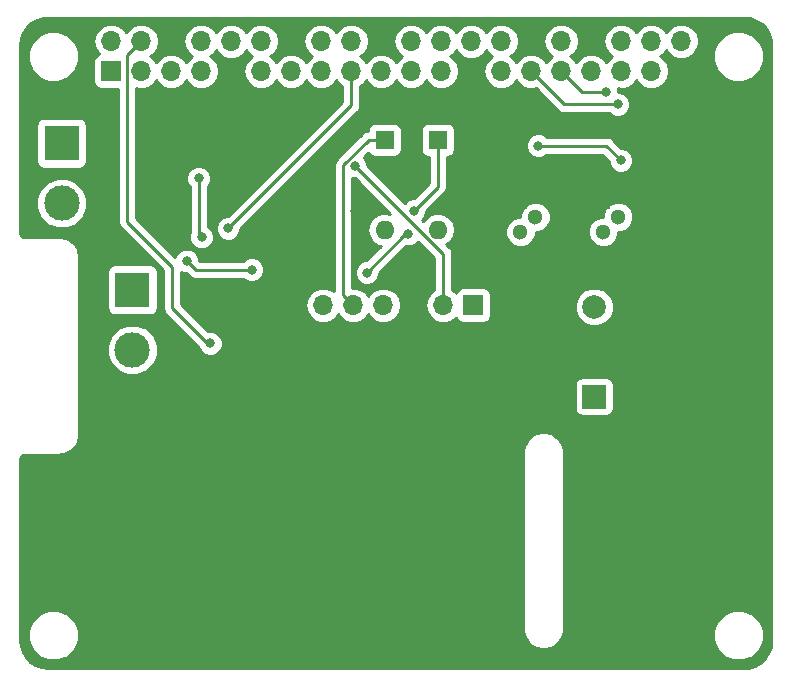
<source format=gbl>
G04 #@! TF.GenerationSoftware,KiCad,Pcbnew,(5.0.0)*
G04 #@! TF.CreationDate,2019-03-22T21:44:54+01:00*
G04 #@! TF.ProjectId,rpismdoven,727069736D646F76656E2E6B69636164,rev?*
G04 #@! TF.SameCoordinates,Original*
G04 #@! TF.FileFunction,Copper,L2,Bot,Signal*
G04 #@! TF.FilePolarity,Positive*
%FSLAX46Y46*%
G04 Gerber Fmt 4.6, Leading zero omitted, Abs format (unit mm)*
G04 Created by KiCad (PCBNEW (5.0.0)) date 03/22/19 21:44:54*
%MOMM*%
%LPD*%
G01*
G04 APERTURE LIST*
G04 #@! TA.AperFunction,ComponentPad*
%ADD10C,3.000000*%
G04 #@! TD*
G04 #@! TA.AperFunction,ComponentPad*
%ADD11R,3.000000X3.000000*%
G04 #@! TD*
G04 #@! TA.AperFunction,ComponentPad*
%ADD12R,2.000000X2.000000*%
G04 #@! TD*
G04 #@! TA.AperFunction,ComponentPad*
%ADD13C,2.000000*%
G04 #@! TD*
G04 #@! TA.AperFunction,ComponentPad*
%ADD14R,1.300000X1.300000*%
G04 #@! TD*
G04 #@! TA.AperFunction,ComponentPad*
%ADD15C,1.300000*%
G04 #@! TD*
G04 #@! TA.AperFunction,ComponentPad*
%ADD16R,1.700000X1.700000*%
G04 #@! TD*
G04 #@! TA.AperFunction,ComponentPad*
%ADD17O,1.700000X1.700000*%
G04 #@! TD*
G04 #@! TA.AperFunction,ComponentPad*
%ADD18O,1.600000X1.600000*%
G04 #@! TD*
G04 #@! TA.AperFunction,ComponentPad*
%ADD19R,1.600000X1.600000*%
G04 #@! TD*
G04 #@! TA.AperFunction,ViaPad*
%ADD20C,0.800000*%
G04 #@! TD*
G04 #@! TA.AperFunction,Conductor*
%ADD21C,0.250000*%
G04 #@! TD*
G04 #@! TA.AperFunction,Conductor*
%ADD22C,0.254000*%
G04 #@! TD*
G04 APERTURE END LIST*
D10*
G04 #@! TO.P,J3,2*
G04 #@! TO.N,Net-(J3-Pad2)*
X108900000Y-83780000D03*
D11*
G04 #@! TO.P,J3,1*
G04 #@! TO.N,Net-(J3-Pad1)*
X108900000Y-78700000D03*
G04 #@! TD*
D12*
G04 #@! TO.P,BZ1,1*
G04 #@! TO.N,+5V*
X148000000Y-87750000D03*
D13*
G04 #@! TO.P,BZ1,2*
G04 #@! TO.N,Net-(BZ1-Pad2)*
X148000000Y-80150000D03*
G04 #@! TD*
D14*
G04 #@! TO.P,Q2,1*
G04 #@! TO.N,GND*
X141750000Y-71250000D03*
D15*
G04 #@! TO.P,Q2,3*
G04 #@! TO.N,Net-(J2-Pad2)*
X141750000Y-73790000D03*
G04 #@! TO.P,Q2,2*
G04 #@! TO.N,Net-(Q2-Pad2)*
X143020000Y-72520000D03*
G04 #@! TD*
G04 #@! TO.P,Q1,2*
G04 #@! TO.N,Net-(Q1-Pad2)*
X150020000Y-72520000D03*
G04 #@! TO.P,Q1,3*
G04 #@! TO.N,Net-(BZ1-Pad2)*
X148750000Y-73790000D03*
D14*
G04 #@! TO.P,Q1,1*
G04 #@! TO.N,GND*
X148750000Y-71250000D03*
G04 #@! TD*
D16*
G04 #@! TO.P,J4,1*
G04 #@! TO.N,Net-(J4-Pad1)*
X137750000Y-80000000D03*
D17*
G04 #@! TO.P,J4,2*
G04 #@! TO.N,+3V3*
X135210000Y-80000000D03*
G04 #@! TO.P,J4,3*
G04 #@! TO.N,GND*
X132670000Y-80000000D03*
G04 #@! TO.P,J4,4*
G04 #@! TO.N,/SO*
X130130000Y-80000000D03*
G04 #@! TO.P,J4,5*
G04 #@! TO.N,/CS*
X127590000Y-80000000D03*
G04 #@! TO.P,J4,6*
G04 #@! TO.N,/SCK*
X125050000Y-80000000D03*
G04 #@! TD*
D16*
G04 #@! TO.P,J1,1*
G04 #@! TO.N,+3V3*
X107100000Y-60200000D03*
D17*
G04 #@! TO.P,J1,2*
G04 #@! TO.N,+5V*
X107100000Y-57660000D03*
G04 #@! TO.P,J1,3*
G04 #@! TO.N,Net-(J1-Pad3)*
X109640000Y-60200000D03*
G04 #@! TO.P,J1,4*
G04 #@! TO.N,+5V*
X109640000Y-57660000D03*
G04 #@! TO.P,J1,5*
G04 #@! TO.N,Net-(J1-Pad5)*
X112180000Y-60200000D03*
G04 #@! TO.P,J1,6*
G04 #@! TO.N,GND*
X112180000Y-57660000D03*
G04 #@! TO.P,J1,7*
G04 #@! TO.N,Net-(J1-Pad7)*
X114720000Y-60200000D03*
G04 #@! TO.P,J1,8*
G04 #@! TO.N,Net-(J1-Pad8)*
X114720000Y-57660000D03*
G04 #@! TO.P,J1,9*
G04 #@! TO.N,GND*
X117260000Y-60200000D03*
G04 #@! TO.P,J1,10*
G04 #@! TO.N,Net-(J1-Pad10)*
X117260000Y-57660000D03*
G04 #@! TO.P,J1,11*
G04 #@! TO.N,Net-(J1-Pad11)*
X119800000Y-60200000D03*
G04 #@! TO.P,J1,12*
G04 #@! TO.N,/SO*
X119800000Y-57660000D03*
G04 #@! TO.P,J1,13*
G04 #@! TO.N,Net-(J1-Pad13)*
X122340000Y-60200000D03*
G04 #@! TO.P,J1,14*
G04 #@! TO.N,GND*
X122340000Y-57660000D03*
G04 #@! TO.P,J1,15*
G04 #@! TO.N,Net-(J1-Pad15)*
X124880000Y-60200000D03*
G04 #@! TO.P,J1,16*
G04 #@! TO.N,Net-(J1-Pad16)*
X124880000Y-57660000D03*
G04 #@! TO.P,J1,17*
G04 #@! TO.N,+3V3*
X127420000Y-60200000D03*
G04 #@! TO.P,J1,18*
G04 #@! TO.N,/CS*
X127420000Y-57660000D03*
G04 #@! TO.P,J1,19*
G04 #@! TO.N,Net-(J1-Pad19)*
X129960000Y-60200000D03*
G04 #@! TO.P,J1,20*
G04 #@! TO.N,GND*
X129960000Y-57660000D03*
G04 #@! TO.P,J1,21*
G04 #@! TO.N,Net-(J1-Pad21)*
X132500000Y-60200000D03*
G04 #@! TO.P,J1,22*
G04 #@! TO.N,/SCK*
X132500000Y-57660000D03*
G04 #@! TO.P,J1,23*
G04 #@! TO.N,Net-(J1-Pad23)*
X135040000Y-60200000D03*
G04 #@! TO.P,J1,24*
G04 #@! TO.N,Net-(J1-Pad24)*
X135040000Y-57660000D03*
G04 #@! TO.P,J1,25*
G04 #@! TO.N,GND*
X137580000Y-60200000D03*
G04 #@! TO.P,J1,26*
G04 #@! TO.N,Net-(J1-Pad26)*
X137580000Y-57660000D03*
G04 #@! TO.P,J1,27*
G04 #@! TO.N,Net-(J1-Pad27)*
X140120000Y-60200000D03*
G04 #@! TO.P,J1,28*
G04 #@! TO.N,Net-(J1-Pad28)*
X140120000Y-57660000D03*
G04 #@! TO.P,J1,29*
G04 #@! TO.N,Net-(J1-Pad29)*
X142660000Y-60200000D03*
G04 #@! TO.P,J1,30*
G04 #@! TO.N,GND*
X142660000Y-57660000D03*
G04 #@! TO.P,J1,31*
G04 #@! TO.N,Net-(J1-Pad31)*
X145200000Y-60200000D03*
G04 #@! TO.P,J1,32*
G04 #@! TO.N,/PWM*
X145200000Y-57660000D03*
G04 #@! TO.P,J1,33*
G04 #@! TO.N,/BUZZ*
X147740000Y-60200000D03*
G04 #@! TO.P,J1,34*
G04 #@! TO.N,GND*
X147740000Y-57660000D03*
G04 #@! TO.P,J1,35*
G04 #@! TO.N,Net-(J1-Pad35)*
X150280000Y-60200000D03*
G04 #@! TO.P,J1,36*
G04 #@! TO.N,Net-(J1-Pad36)*
X150280000Y-57660000D03*
G04 #@! TO.P,J1,37*
G04 #@! TO.N,Net-(J1-Pad37)*
X152820000Y-60200000D03*
G04 #@! TO.P,J1,38*
G04 #@! TO.N,Net-(J1-Pad38)*
X152820000Y-57660000D03*
G04 #@! TO.P,J1,39*
G04 #@! TO.N,GND*
X155360000Y-60200000D03*
G04 #@! TO.P,J1,40*
G04 #@! TO.N,Net-(J1-Pad40)*
X155360000Y-57660000D03*
G04 #@! TD*
D18*
G04 #@! TO.P,D2,2*
G04 #@! TO.N,Net-(D2-Pad2)*
X130250000Y-73620000D03*
D19*
G04 #@! TO.P,D2,1*
G04 #@! TO.N,/CS*
X130250000Y-66000000D03*
G04 #@! TD*
G04 #@! TO.P,D1,1*
G04 #@! TO.N,/SCK*
X134750000Y-66000000D03*
D18*
G04 #@! TO.P,D1,2*
G04 #@! TO.N,Net-(D1-Pad2)*
X134750000Y-73620000D03*
G04 #@! TD*
D11*
G04 #@! TO.P,J2,1*
G04 #@! TO.N,+5V*
X102900000Y-66300000D03*
D10*
G04 #@! TO.P,J2,2*
G04 #@! TO.N,Net-(J2-Pad2)*
X102900000Y-71380000D03*
G04 #@! TD*
D20*
G04 #@! TO.N,+5V*
X115500000Y-83250000D03*
G04 #@! TO.N,Net-(J2-Pad2)*
X119000000Y-77000000D03*
X113500000Y-76250000D03*
G04 #@! TO.N,+3V3*
X127750000Y-68212500D03*
X117000000Y-73500000D03*
G04 #@! TO.N,GND*
X120000000Y-63250000D03*
X124250000Y-63250000D03*
X122000000Y-65750000D03*
X117250000Y-62750000D03*
X111750000Y-62750000D03*
X113750000Y-67250000D03*
X117000000Y-65250000D03*
X109750000Y-64500000D03*
X109500000Y-69500000D03*
X109500000Y-71000000D03*
X99750000Y-62750000D03*
X104500000Y-62750000D03*
X105750000Y-87500000D03*
X111500000Y-87500000D03*
X117500000Y-87500000D03*
X123250000Y-87500000D03*
X128500000Y-87500000D03*
X134500000Y-87500000D03*
X140000000Y-87500000D03*
X144750000Y-87500000D03*
X149000000Y-91000000D03*
X153500000Y-86750000D03*
X158750000Y-84000000D03*
X162250000Y-79750000D03*
X154750000Y-80500000D03*
X162500000Y-72000000D03*
X160500000Y-78000000D03*
X159750000Y-66500000D03*
X159750000Y-63000000D03*
X154750000Y-63000000D03*
X130000000Y-62750000D03*
X132250000Y-63000000D03*
X132500000Y-67750000D03*
X135000000Y-62500000D03*
X140250000Y-62500000D03*
X141500000Y-66000000D03*
X137500000Y-68000000D03*
X137500000Y-72500000D03*
X140000000Y-77000000D03*
X132500000Y-76250000D03*
X119250000Y-73250000D03*
X121000000Y-75500000D03*
X122250000Y-78750000D03*
X125250000Y-77000000D03*
X118250000Y-78500000D03*
X121250000Y-82000000D03*
X117000000Y-81750000D03*
X157500000Y-78250000D03*
X154500000Y-78250000D03*
X145750000Y-74250000D03*
X144500000Y-77750000D03*
X126500000Y-65750000D03*
X124000000Y-68750000D03*
X127750000Y-72000000D03*
X124000000Y-72750000D03*
G04 #@! TO.N,Net-(C1-Pad2)*
X114500000Y-69250000D03*
X114750000Y-74250000D03*
G04 #@! TO.N,/SCK*
X128750000Y-77250000D03*
X132250000Y-74000000D03*
X132750000Y-72000000D03*
G04 #@! TO.N,Net-(J1-Pad27)*
X150250000Y-67750000D03*
X143250000Y-66500000D03*
G04 #@! TO.N,Net-(J1-Pad29)*
X150000000Y-63000000D03*
G04 #@! TO.N,Net-(J1-Pad31)*
X149000000Y-62000000D03*
G04 #@! TD*
D21*
G04 #@! TO.N,+5V*
X108464999Y-58835001D02*
X108464999Y-72964999D01*
X109640000Y-57660000D02*
X108464999Y-58835001D01*
X108464999Y-72964999D02*
X112250000Y-76750000D01*
X112250000Y-76750000D02*
X112250000Y-80250000D01*
X112250000Y-80250000D02*
X115250000Y-83250000D01*
X115250000Y-83250000D02*
X115500000Y-83250000D01*
G04 #@! TO.N,Net-(J2-Pad2)*
X119000000Y-77000000D02*
X114250000Y-77000000D01*
X114250000Y-77000000D02*
X113500000Y-76250000D01*
G04 #@! TO.N,+3V3*
X135210000Y-75672500D02*
X127750000Y-68212500D01*
X135210000Y-80000000D02*
X135210000Y-75672500D01*
X127420000Y-60200000D02*
X127420000Y-63080000D01*
X127420000Y-63080000D02*
X117000000Y-73500000D01*
G04 #@! TO.N,Net-(C1-Pad2)*
X114500000Y-74000000D02*
X114750000Y-74250000D01*
X114500000Y-69250000D02*
X114500000Y-74000000D01*
G04 #@! TO.N,/SCK*
X128750000Y-77250000D02*
X132000000Y-74000000D01*
X132000000Y-74000000D02*
X132250000Y-74000000D01*
X134750000Y-70000000D02*
X134750000Y-66000000D01*
X132750000Y-72000000D02*
X134750000Y-70000000D01*
G04 #@! TO.N,/CS*
X128889496Y-66000000D02*
X129200000Y-66000000D01*
X129200000Y-66000000D02*
X130250000Y-66000000D01*
X126740001Y-79150001D02*
X126740001Y-68149495D01*
X126740001Y-68149495D02*
X128889496Y-66000000D01*
X127590000Y-80000000D02*
X126740001Y-79150001D01*
G04 #@! TO.N,Net-(J1-Pad27)*
X150250000Y-67750000D02*
X149000000Y-66500000D01*
X149000000Y-66500000D02*
X143250000Y-66500000D01*
G04 #@! TO.N,Net-(J1-Pad29)*
X145460000Y-63000000D02*
X142660000Y-60200000D01*
X150000000Y-63000000D02*
X145460000Y-63000000D01*
G04 #@! TO.N,Net-(J1-Pad31)*
X145200000Y-60200000D02*
X147000000Y-62000000D01*
X147000000Y-62000000D02*
X149000000Y-62000000D01*
G04 #@! TD*
D22*
G04 #@! TO.N,GND*
G36*
X161225708Y-55726100D02*
X161723212Y-55906685D01*
X162165835Y-56196881D01*
X162529823Y-56581116D01*
X162795658Y-57038784D01*
X162951892Y-57554629D01*
X162990001Y-57981629D01*
X162990000Y-108408752D01*
X162923900Y-108975708D01*
X162743315Y-109473212D01*
X162453118Y-109915834D01*
X162068884Y-110279823D01*
X161611216Y-110545658D01*
X161095371Y-110701892D01*
X160668382Y-110740000D01*
X101741248Y-110740000D01*
X101174292Y-110673900D01*
X100676788Y-110493315D01*
X100234166Y-110203118D01*
X99870177Y-109818884D01*
X99604342Y-109361216D01*
X99448108Y-108845371D01*
X99410000Y-108418382D01*
X99410000Y-107525322D01*
X100065000Y-107525322D01*
X100065000Y-108374678D01*
X100390034Y-109159380D01*
X100990620Y-109759966D01*
X101775322Y-110085000D01*
X102624678Y-110085000D01*
X103409380Y-109759966D01*
X104009966Y-109159380D01*
X104335000Y-108374678D01*
X104335000Y-107525322D01*
X104009966Y-106740620D01*
X103409380Y-106140034D01*
X102624678Y-105815000D01*
X101775322Y-105815000D01*
X100990620Y-106140034D01*
X100390034Y-106740620D01*
X100065000Y-107525322D01*
X99410000Y-107525322D01*
X99410000Y-93019930D01*
X99444926Y-92844345D01*
X99504774Y-92754775D01*
X99594345Y-92694926D01*
X99769930Y-92660000D01*
X102769926Y-92660000D01*
X102838509Y-92646358D01*
X102838513Y-92646358D01*
X103221196Y-92570238D01*
X103296160Y-92539187D01*
X103477138Y-92464224D01*
X103603075Y-92380075D01*
X141990000Y-92380075D01*
X141990001Y-107519926D01*
X142003642Y-107588504D01*
X142003642Y-107588513D01*
X142079762Y-107971196D01*
X142087678Y-107990306D01*
X142185776Y-108227138D01*
X142402549Y-108551561D01*
X142402550Y-108551562D01*
X142598438Y-108747451D01*
X142922862Y-108964223D01*
X143028877Y-109008136D01*
X143178804Y-109070238D01*
X143561486Y-109146358D01*
X143838513Y-109146358D01*
X144221196Y-109070238D01*
X144296160Y-109039187D01*
X144477138Y-108964224D01*
X144801561Y-108747451D01*
X144868556Y-108680456D01*
X144997451Y-108551562D01*
X145214223Y-108227138D01*
X145283159Y-108060711D01*
X145320238Y-107971196D01*
X145396358Y-107588514D01*
X145396358Y-107588509D01*
X145408926Y-107525322D01*
X158065000Y-107525322D01*
X158065000Y-108374678D01*
X158390034Y-109159380D01*
X158990620Y-109759966D01*
X159775322Y-110085000D01*
X160624678Y-110085000D01*
X161409380Y-109759966D01*
X162009966Y-109159380D01*
X162335000Y-108374678D01*
X162335000Y-107525322D01*
X162009966Y-106740620D01*
X161409380Y-106140034D01*
X160624678Y-105815000D01*
X159775322Y-105815000D01*
X158990620Y-106140034D01*
X158390034Y-106740620D01*
X158065000Y-107525322D01*
X145408926Y-107525322D01*
X145410000Y-107519926D01*
X145410000Y-92380074D01*
X145396358Y-92311491D01*
X145396358Y-92311486D01*
X145320238Y-91928804D01*
X145236271Y-91726091D01*
X145214223Y-91672862D01*
X144997451Y-91348438D01*
X144801562Y-91152550D01*
X144801561Y-91152549D01*
X144477138Y-90935776D01*
X144293368Y-90859657D01*
X144221196Y-90829762D01*
X143838513Y-90753642D01*
X143561486Y-90753642D01*
X143178804Y-90829762D01*
X143106632Y-90859657D01*
X142922862Y-90935777D01*
X142598438Y-91152549D01*
X142497346Y-91253642D01*
X142402549Y-91348439D01*
X142185776Y-91672862D01*
X142110813Y-91853840D01*
X142079762Y-91928804D01*
X142003642Y-92311487D01*
X142003642Y-92311492D01*
X141990000Y-92380075D01*
X103603075Y-92380075D01*
X103801561Y-92247451D01*
X103884379Y-92164633D01*
X103997451Y-92051562D01*
X104214223Y-91727138D01*
X104265072Y-91604378D01*
X104320238Y-91471196D01*
X104396358Y-91088514D01*
X104396358Y-91088509D01*
X104410000Y-91019926D01*
X104410000Y-86750000D01*
X146352560Y-86750000D01*
X146352560Y-88750000D01*
X146401843Y-88997765D01*
X146542191Y-89207809D01*
X146752235Y-89348157D01*
X147000000Y-89397440D01*
X149000000Y-89397440D01*
X149247765Y-89348157D01*
X149457809Y-89207809D01*
X149598157Y-88997765D01*
X149647440Y-88750000D01*
X149647440Y-86750000D01*
X149598157Y-86502235D01*
X149457809Y-86292191D01*
X149247765Y-86151843D01*
X149000000Y-86102560D01*
X147000000Y-86102560D01*
X146752235Y-86151843D01*
X146542191Y-86292191D01*
X146401843Y-86502235D01*
X146352560Y-86750000D01*
X104410000Y-86750000D01*
X104410000Y-83355322D01*
X106765000Y-83355322D01*
X106765000Y-84204678D01*
X107090034Y-84989380D01*
X107690620Y-85589966D01*
X108475322Y-85915000D01*
X109324678Y-85915000D01*
X110109380Y-85589966D01*
X110709966Y-84989380D01*
X111035000Y-84204678D01*
X111035000Y-83355322D01*
X110709966Y-82570620D01*
X110109380Y-81970034D01*
X109324678Y-81645000D01*
X108475322Y-81645000D01*
X107690620Y-81970034D01*
X107090034Y-82570620D01*
X106765000Y-83355322D01*
X104410000Y-83355322D01*
X104410000Y-77200000D01*
X106752560Y-77200000D01*
X106752560Y-80200000D01*
X106801843Y-80447765D01*
X106942191Y-80657809D01*
X107152235Y-80798157D01*
X107400000Y-80847440D01*
X110400000Y-80847440D01*
X110647765Y-80798157D01*
X110857809Y-80657809D01*
X110998157Y-80447765D01*
X111047440Y-80200000D01*
X111047440Y-77200000D01*
X110998157Y-76952235D01*
X110857809Y-76742191D01*
X110647765Y-76601843D01*
X110400000Y-76552560D01*
X107400000Y-76552560D01*
X107152235Y-76601843D01*
X106942191Y-76742191D01*
X106801843Y-76952235D01*
X106752560Y-77200000D01*
X104410000Y-77200000D01*
X104410000Y-75880074D01*
X104396358Y-75811491D01*
X104396358Y-75811486D01*
X104320238Y-75428804D01*
X104258136Y-75278877D01*
X104214223Y-75172862D01*
X103997451Y-74848438D01*
X103801562Y-74652550D01*
X103801561Y-74652549D01*
X103477138Y-74435776D01*
X103293368Y-74359657D01*
X103221196Y-74329762D01*
X102838513Y-74253642D01*
X102838509Y-74253642D01*
X102769926Y-74240000D01*
X99769930Y-74240000D01*
X99594345Y-74205074D01*
X99504774Y-74145225D01*
X99444926Y-74055655D01*
X99410000Y-73880070D01*
X99410000Y-70955322D01*
X100765000Y-70955322D01*
X100765000Y-71804678D01*
X101090034Y-72589380D01*
X101690620Y-73189966D01*
X102475322Y-73515000D01*
X103324678Y-73515000D01*
X104109380Y-73189966D01*
X104709966Y-72589380D01*
X105035000Y-71804678D01*
X105035000Y-70955322D01*
X104709966Y-70170620D01*
X104109380Y-69570034D01*
X103324678Y-69245000D01*
X102475322Y-69245000D01*
X101690620Y-69570034D01*
X101090034Y-70170620D01*
X100765000Y-70955322D01*
X99410000Y-70955322D01*
X99410000Y-64800000D01*
X100752560Y-64800000D01*
X100752560Y-67800000D01*
X100801843Y-68047765D01*
X100942191Y-68257809D01*
X101152235Y-68398157D01*
X101400000Y-68447440D01*
X104400000Y-68447440D01*
X104647765Y-68398157D01*
X104857809Y-68257809D01*
X104998157Y-68047765D01*
X105047440Y-67800000D01*
X105047440Y-64800000D01*
X104998157Y-64552235D01*
X104857809Y-64342191D01*
X104647765Y-64201843D01*
X104400000Y-64152560D01*
X101400000Y-64152560D01*
X101152235Y-64201843D01*
X100942191Y-64342191D01*
X100801843Y-64552235D01*
X100752560Y-64800000D01*
X99410000Y-64800000D01*
X99410000Y-58525322D01*
X100065000Y-58525322D01*
X100065000Y-59374678D01*
X100390034Y-60159380D01*
X100990620Y-60759966D01*
X101775322Y-61085000D01*
X102624678Y-61085000D01*
X103409380Y-60759966D01*
X104009966Y-60159380D01*
X104335000Y-59374678D01*
X104335000Y-58525322D01*
X104009966Y-57740620D01*
X103929346Y-57660000D01*
X105585908Y-57660000D01*
X105701161Y-58239418D01*
X106029375Y-58730625D01*
X106047619Y-58742816D01*
X106002235Y-58751843D01*
X105792191Y-58892191D01*
X105651843Y-59102235D01*
X105602560Y-59350000D01*
X105602560Y-61050000D01*
X105651843Y-61297765D01*
X105792191Y-61507809D01*
X106002235Y-61648157D01*
X106250000Y-61697440D01*
X107704999Y-61697440D01*
X107705000Y-72890147D01*
X107690111Y-72964999D01*
X107705000Y-73039851D01*
X107749096Y-73261536D01*
X107917071Y-73512928D01*
X107980527Y-73555328D01*
X111490000Y-77064802D01*
X111490001Y-80175148D01*
X111475112Y-80250000D01*
X111534097Y-80546537D01*
X111647265Y-80715904D01*
X111702072Y-80797929D01*
X111765528Y-80840329D01*
X114524346Y-83599148D01*
X114622569Y-83836280D01*
X114913720Y-84127431D01*
X115294126Y-84285000D01*
X115705874Y-84285000D01*
X116086280Y-84127431D01*
X116377431Y-83836280D01*
X116535000Y-83455874D01*
X116535000Y-83044126D01*
X116377431Y-82663720D01*
X116086280Y-82372569D01*
X115705874Y-82215000D01*
X115294126Y-82215000D01*
X115291068Y-82216267D01*
X113074801Y-80000000D01*
X123535908Y-80000000D01*
X123651161Y-80579418D01*
X123979375Y-81070625D01*
X124470582Y-81398839D01*
X124903744Y-81485000D01*
X125196256Y-81485000D01*
X125629418Y-81398839D01*
X126120625Y-81070625D01*
X126320000Y-80772239D01*
X126519375Y-81070625D01*
X127010582Y-81398839D01*
X127443744Y-81485000D01*
X127736256Y-81485000D01*
X128169418Y-81398839D01*
X128660625Y-81070625D01*
X128860000Y-80772239D01*
X129059375Y-81070625D01*
X129550582Y-81398839D01*
X129983744Y-81485000D01*
X130276256Y-81485000D01*
X130709418Y-81398839D01*
X131200625Y-81070625D01*
X131528839Y-80579418D01*
X131644092Y-80000000D01*
X131528839Y-79420582D01*
X131200625Y-78929375D01*
X130709418Y-78601161D01*
X130276256Y-78515000D01*
X129983744Y-78515000D01*
X129550582Y-78601161D01*
X129059375Y-78929375D01*
X128860000Y-79227761D01*
X128660625Y-78929375D01*
X128169418Y-78601161D01*
X127736256Y-78515000D01*
X127500001Y-78515000D01*
X127500001Y-69229223D01*
X127544126Y-69247500D01*
X127710199Y-69247500D01*
X130711355Y-72248656D01*
X130391333Y-72185000D01*
X130108667Y-72185000D01*
X129690091Y-72268260D01*
X129215423Y-72585423D01*
X128898260Y-73060091D01*
X128786887Y-73620000D01*
X128898260Y-74179909D01*
X129215423Y-74654577D01*
X129690091Y-74971740D01*
X129909763Y-75015436D01*
X128710199Y-76215000D01*
X128544126Y-76215000D01*
X128163720Y-76372569D01*
X127872569Y-76663720D01*
X127715000Y-77044126D01*
X127715000Y-77455874D01*
X127872569Y-77836280D01*
X128163720Y-78127431D01*
X128544126Y-78285000D01*
X128955874Y-78285000D01*
X129336280Y-78127431D01*
X129627431Y-77836280D01*
X129785000Y-77455874D01*
X129785000Y-77289801D01*
X132041068Y-75033733D01*
X132044126Y-75035000D01*
X132455874Y-75035000D01*
X132836280Y-74877431D01*
X133088205Y-74625506D01*
X134450001Y-75987303D01*
X134450000Y-78721822D01*
X134139375Y-78929375D01*
X133811161Y-79420582D01*
X133695908Y-80000000D01*
X133811161Y-80579418D01*
X134139375Y-81070625D01*
X134630582Y-81398839D01*
X135063744Y-81485000D01*
X135356256Y-81485000D01*
X135789418Y-81398839D01*
X136280625Y-81070625D01*
X136292816Y-81052381D01*
X136301843Y-81097765D01*
X136442191Y-81307809D01*
X136652235Y-81448157D01*
X136900000Y-81497440D01*
X138600000Y-81497440D01*
X138847765Y-81448157D01*
X139057809Y-81307809D01*
X139198157Y-81097765D01*
X139247440Y-80850000D01*
X139247440Y-79824778D01*
X146365000Y-79824778D01*
X146365000Y-80475222D01*
X146613914Y-81076153D01*
X147073847Y-81536086D01*
X147674778Y-81785000D01*
X148325222Y-81785000D01*
X148926153Y-81536086D01*
X149386086Y-81076153D01*
X149635000Y-80475222D01*
X149635000Y-79824778D01*
X149386086Y-79223847D01*
X148926153Y-78763914D01*
X148325222Y-78515000D01*
X147674778Y-78515000D01*
X147073847Y-78763914D01*
X146613914Y-79223847D01*
X146365000Y-79824778D01*
X139247440Y-79824778D01*
X139247440Y-79150000D01*
X139198157Y-78902235D01*
X139057809Y-78692191D01*
X138847765Y-78551843D01*
X138600000Y-78502560D01*
X136900000Y-78502560D01*
X136652235Y-78551843D01*
X136442191Y-78692191D01*
X136301843Y-78902235D01*
X136292816Y-78947619D01*
X136280625Y-78929375D01*
X135970000Y-78721822D01*
X135970000Y-75747346D01*
X135984888Y-75672499D01*
X135970000Y-75597652D01*
X135970000Y-75597648D01*
X135925904Y-75375963D01*
X135757929Y-75124571D01*
X135694473Y-75082171D01*
X135474240Y-74861938D01*
X135784577Y-74654577D01*
X136101740Y-74179909D01*
X136213113Y-73620000D01*
X136196086Y-73534398D01*
X140465000Y-73534398D01*
X140465000Y-74045602D01*
X140660629Y-74517894D01*
X141022106Y-74879371D01*
X141494398Y-75075000D01*
X142005602Y-75075000D01*
X142477894Y-74879371D01*
X142839371Y-74517894D01*
X143035000Y-74045602D01*
X143035000Y-73805000D01*
X143275602Y-73805000D01*
X143747894Y-73609371D01*
X143822867Y-73534398D01*
X147465000Y-73534398D01*
X147465000Y-74045602D01*
X147660629Y-74517894D01*
X148022106Y-74879371D01*
X148494398Y-75075000D01*
X149005602Y-75075000D01*
X149477894Y-74879371D01*
X149839371Y-74517894D01*
X150035000Y-74045602D01*
X150035000Y-73805000D01*
X150275602Y-73805000D01*
X150747894Y-73609371D01*
X151109371Y-73247894D01*
X151305000Y-72775602D01*
X151305000Y-72264398D01*
X151109371Y-71792106D01*
X150747894Y-71430629D01*
X150275602Y-71235000D01*
X149764398Y-71235000D01*
X149292106Y-71430629D01*
X148930629Y-71792106D01*
X148735000Y-72264398D01*
X148735000Y-72505000D01*
X148494398Y-72505000D01*
X148022106Y-72700629D01*
X147660629Y-73062106D01*
X147465000Y-73534398D01*
X143822867Y-73534398D01*
X144109371Y-73247894D01*
X144305000Y-72775602D01*
X144305000Y-72264398D01*
X144109371Y-71792106D01*
X143747894Y-71430629D01*
X143275602Y-71235000D01*
X142764398Y-71235000D01*
X142292106Y-71430629D01*
X141930629Y-71792106D01*
X141735000Y-72264398D01*
X141735000Y-72505000D01*
X141494398Y-72505000D01*
X141022106Y-72700629D01*
X140660629Y-73062106D01*
X140465000Y-73534398D01*
X136196086Y-73534398D01*
X136101740Y-73060091D01*
X135784577Y-72585423D01*
X135309909Y-72268260D01*
X134891333Y-72185000D01*
X134608667Y-72185000D01*
X134190091Y-72268260D01*
X133715423Y-72585423D01*
X133508062Y-72895760D01*
X133413006Y-72800705D01*
X133627431Y-72586280D01*
X133785000Y-72205874D01*
X133785000Y-72039801D01*
X135234473Y-70590329D01*
X135297929Y-70547929D01*
X135465904Y-70296537D01*
X135510000Y-70074852D01*
X135510000Y-70074848D01*
X135524888Y-70000001D01*
X135510000Y-69925154D01*
X135510000Y-67447440D01*
X135550000Y-67447440D01*
X135797765Y-67398157D01*
X136007809Y-67257809D01*
X136148157Y-67047765D01*
X136197440Y-66800000D01*
X136197440Y-66294126D01*
X142215000Y-66294126D01*
X142215000Y-66705874D01*
X142372569Y-67086280D01*
X142663720Y-67377431D01*
X143044126Y-67535000D01*
X143455874Y-67535000D01*
X143836280Y-67377431D01*
X143953711Y-67260000D01*
X148685199Y-67260000D01*
X149215000Y-67789802D01*
X149215000Y-67955874D01*
X149372569Y-68336280D01*
X149663720Y-68627431D01*
X150044126Y-68785000D01*
X150455874Y-68785000D01*
X150836280Y-68627431D01*
X151127431Y-68336280D01*
X151285000Y-67955874D01*
X151285000Y-67544126D01*
X151127431Y-67163720D01*
X150836280Y-66872569D01*
X150455874Y-66715000D01*
X150289802Y-66715000D01*
X149590331Y-66015530D01*
X149547929Y-65952071D01*
X149296537Y-65784096D01*
X149074852Y-65740000D01*
X149074847Y-65740000D01*
X149000000Y-65725112D01*
X148925153Y-65740000D01*
X143953711Y-65740000D01*
X143836280Y-65622569D01*
X143455874Y-65465000D01*
X143044126Y-65465000D01*
X142663720Y-65622569D01*
X142372569Y-65913720D01*
X142215000Y-66294126D01*
X136197440Y-66294126D01*
X136197440Y-65200000D01*
X136148157Y-64952235D01*
X136007809Y-64742191D01*
X135797765Y-64601843D01*
X135550000Y-64552560D01*
X133950000Y-64552560D01*
X133702235Y-64601843D01*
X133492191Y-64742191D01*
X133351843Y-64952235D01*
X133302560Y-65200000D01*
X133302560Y-66800000D01*
X133351843Y-67047765D01*
X133492191Y-67257809D01*
X133702235Y-67398157D01*
X133950000Y-67447440D01*
X133990001Y-67447440D01*
X133990000Y-69685198D01*
X132710199Y-70965000D01*
X132544126Y-70965000D01*
X132163720Y-71122569D01*
X131949295Y-71336994D01*
X128785000Y-68172699D01*
X128785000Y-68006626D01*
X128627431Y-67626220D01*
X128482754Y-67481543D01*
X128877754Y-67086544D01*
X128992191Y-67257809D01*
X129202235Y-67398157D01*
X129450000Y-67447440D01*
X131050000Y-67447440D01*
X131297765Y-67398157D01*
X131507809Y-67257809D01*
X131648157Y-67047765D01*
X131697440Y-66800000D01*
X131697440Y-65200000D01*
X131648157Y-64952235D01*
X131507809Y-64742191D01*
X131297765Y-64601843D01*
X131050000Y-64552560D01*
X129450000Y-64552560D01*
X129202235Y-64601843D01*
X128992191Y-64742191D01*
X128851843Y-64952235D01*
X128802560Y-65200000D01*
X128802560Y-65242404D01*
X128592959Y-65284096D01*
X128341567Y-65452071D01*
X128299167Y-65515527D01*
X126255529Y-67559166D01*
X126192073Y-67601566D01*
X126024098Y-67852958D01*
X126011566Y-67915963D01*
X125965113Y-68149495D01*
X125980002Y-68224347D01*
X125980001Y-78835413D01*
X125629418Y-78601161D01*
X125196256Y-78515000D01*
X124903744Y-78515000D01*
X124470582Y-78601161D01*
X123979375Y-78929375D01*
X123651161Y-79420582D01*
X123535908Y-80000000D01*
X113074801Y-80000000D01*
X113010000Y-79935199D01*
X113010000Y-77167311D01*
X113294126Y-77285000D01*
X113460198Y-77285000D01*
X113659671Y-77484473D01*
X113702071Y-77547929D01*
X113953463Y-77715904D01*
X114175148Y-77760000D01*
X114175152Y-77760000D01*
X114249999Y-77774888D01*
X114324846Y-77760000D01*
X118296289Y-77760000D01*
X118413720Y-77877431D01*
X118794126Y-78035000D01*
X119205874Y-78035000D01*
X119586280Y-77877431D01*
X119877431Y-77586280D01*
X120035000Y-77205874D01*
X120035000Y-76794126D01*
X119877431Y-76413720D01*
X119586280Y-76122569D01*
X119205874Y-75965000D01*
X118794126Y-75965000D01*
X118413720Y-76122569D01*
X118296289Y-76240000D01*
X114564802Y-76240000D01*
X114535000Y-76210198D01*
X114535000Y-76044126D01*
X114377431Y-75663720D01*
X114086280Y-75372569D01*
X113705874Y-75215000D01*
X113294126Y-75215000D01*
X112913720Y-75372569D01*
X112622569Y-75663720D01*
X112510084Y-75935282D01*
X109224999Y-72650198D01*
X109224999Y-69044126D01*
X113465000Y-69044126D01*
X113465000Y-69455874D01*
X113622569Y-69836280D01*
X113740000Y-69953711D01*
X113740001Y-73925148D01*
X113725112Y-74000000D01*
X113727761Y-74013318D01*
X113715000Y-74044126D01*
X113715000Y-74455874D01*
X113872569Y-74836280D01*
X114163720Y-75127431D01*
X114544126Y-75285000D01*
X114955874Y-75285000D01*
X115336280Y-75127431D01*
X115627431Y-74836280D01*
X115785000Y-74455874D01*
X115785000Y-74044126D01*
X115627431Y-73663720D01*
X115336280Y-73372569D01*
X115260000Y-73340973D01*
X115260000Y-69953711D01*
X115377431Y-69836280D01*
X115535000Y-69455874D01*
X115535000Y-69044126D01*
X115377431Y-68663720D01*
X115086280Y-68372569D01*
X114705874Y-68215000D01*
X114294126Y-68215000D01*
X113913720Y-68372569D01*
X113622569Y-68663720D01*
X113465000Y-69044126D01*
X109224999Y-69044126D01*
X109224999Y-61631543D01*
X109493744Y-61685000D01*
X109786256Y-61685000D01*
X110219418Y-61598839D01*
X110710625Y-61270625D01*
X110910000Y-60972239D01*
X111109375Y-61270625D01*
X111600582Y-61598839D01*
X112033744Y-61685000D01*
X112326256Y-61685000D01*
X112759418Y-61598839D01*
X113250625Y-61270625D01*
X113450000Y-60972239D01*
X113649375Y-61270625D01*
X114140582Y-61598839D01*
X114573744Y-61685000D01*
X114866256Y-61685000D01*
X115299418Y-61598839D01*
X115790625Y-61270625D01*
X116118839Y-60779418D01*
X116234092Y-60200000D01*
X116118839Y-59620582D01*
X115790625Y-59129375D01*
X115492239Y-58930000D01*
X115790625Y-58730625D01*
X115990000Y-58432239D01*
X116189375Y-58730625D01*
X116680582Y-59058839D01*
X117113744Y-59145000D01*
X117406256Y-59145000D01*
X117839418Y-59058839D01*
X118330625Y-58730625D01*
X118530000Y-58432239D01*
X118729375Y-58730625D01*
X119027761Y-58930000D01*
X118729375Y-59129375D01*
X118401161Y-59620582D01*
X118285908Y-60200000D01*
X118401161Y-60779418D01*
X118729375Y-61270625D01*
X119220582Y-61598839D01*
X119653744Y-61685000D01*
X119946256Y-61685000D01*
X120379418Y-61598839D01*
X120870625Y-61270625D01*
X121070000Y-60972239D01*
X121269375Y-61270625D01*
X121760582Y-61598839D01*
X122193744Y-61685000D01*
X122486256Y-61685000D01*
X122919418Y-61598839D01*
X123410625Y-61270625D01*
X123610000Y-60972239D01*
X123809375Y-61270625D01*
X124300582Y-61598839D01*
X124733744Y-61685000D01*
X125026256Y-61685000D01*
X125459418Y-61598839D01*
X125950625Y-61270625D01*
X126150000Y-60972239D01*
X126349375Y-61270625D01*
X126660000Y-61478178D01*
X126660001Y-62765196D01*
X116960199Y-72465000D01*
X116794126Y-72465000D01*
X116413720Y-72622569D01*
X116122569Y-72913720D01*
X115965000Y-73294126D01*
X115965000Y-73705874D01*
X116122569Y-74086280D01*
X116413720Y-74377431D01*
X116794126Y-74535000D01*
X117205874Y-74535000D01*
X117586280Y-74377431D01*
X117877431Y-74086280D01*
X118035000Y-73705874D01*
X118035000Y-73539801D01*
X127904476Y-63670327D01*
X127967929Y-63627929D01*
X128010327Y-63564476D01*
X128010329Y-63564474D01*
X128135903Y-63376538D01*
X128135904Y-63376537D01*
X128180000Y-63154852D01*
X128180000Y-63154848D01*
X128194888Y-63080001D01*
X128180000Y-63005154D01*
X128180000Y-61478178D01*
X128490625Y-61270625D01*
X128690000Y-60972239D01*
X128889375Y-61270625D01*
X129380582Y-61598839D01*
X129813744Y-61685000D01*
X130106256Y-61685000D01*
X130539418Y-61598839D01*
X131030625Y-61270625D01*
X131230000Y-60972239D01*
X131429375Y-61270625D01*
X131920582Y-61598839D01*
X132353744Y-61685000D01*
X132646256Y-61685000D01*
X133079418Y-61598839D01*
X133570625Y-61270625D01*
X133770000Y-60972239D01*
X133969375Y-61270625D01*
X134460582Y-61598839D01*
X134893744Y-61685000D01*
X135186256Y-61685000D01*
X135619418Y-61598839D01*
X136110625Y-61270625D01*
X136438839Y-60779418D01*
X136554092Y-60200000D01*
X136438839Y-59620582D01*
X136110625Y-59129375D01*
X135812239Y-58930000D01*
X136110625Y-58730625D01*
X136310000Y-58432239D01*
X136509375Y-58730625D01*
X137000582Y-59058839D01*
X137433744Y-59145000D01*
X137726256Y-59145000D01*
X138159418Y-59058839D01*
X138650625Y-58730625D01*
X138850000Y-58432239D01*
X139049375Y-58730625D01*
X139347761Y-58930000D01*
X139049375Y-59129375D01*
X138721161Y-59620582D01*
X138605908Y-60200000D01*
X138721161Y-60779418D01*
X139049375Y-61270625D01*
X139540582Y-61598839D01*
X139973744Y-61685000D01*
X140266256Y-61685000D01*
X140699418Y-61598839D01*
X141190625Y-61270625D01*
X141390000Y-60972239D01*
X141589375Y-61270625D01*
X142080582Y-61598839D01*
X142513744Y-61685000D01*
X142806256Y-61685000D01*
X143026408Y-61641209D01*
X144869671Y-63484473D01*
X144912071Y-63547929D01*
X145163463Y-63715904D01*
X145385148Y-63760000D01*
X145385153Y-63760000D01*
X145460000Y-63774888D01*
X145534847Y-63760000D01*
X149296289Y-63760000D01*
X149413720Y-63877431D01*
X149794126Y-64035000D01*
X150205874Y-64035000D01*
X150586280Y-63877431D01*
X150877431Y-63586280D01*
X151035000Y-63205874D01*
X151035000Y-62794126D01*
X150877431Y-62413720D01*
X150586280Y-62122569D01*
X150205874Y-61965000D01*
X150035000Y-61965000D01*
X150035000Y-61794126D01*
X149976874Y-61653797D01*
X150133744Y-61685000D01*
X150426256Y-61685000D01*
X150859418Y-61598839D01*
X151350625Y-61270625D01*
X151550000Y-60972239D01*
X151749375Y-61270625D01*
X152240582Y-61598839D01*
X152673744Y-61685000D01*
X152966256Y-61685000D01*
X153399418Y-61598839D01*
X153890625Y-61270625D01*
X154218839Y-60779418D01*
X154334092Y-60200000D01*
X154218839Y-59620582D01*
X153890625Y-59129375D01*
X153592239Y-58930000D01*
X153890625Y-58730625D01*
X154090000Y-58432239D01*
X154289375Y-58730625D01*
X154780582Y-59058839D01*
X155213744Y-59145000D01*
X155506256Y-59145000D01*
X155939418Y-59058839D01*
X156430625Y-58730625D01*
X156567804Y-58525322D01*
X158065000Y-58525322D01*
X158065000Y-59374678D01*
X158390034Y-60159380D01*
X158990620Y-60759966D01*
X159775322Y-61085000D01*
X160624678Y-61085000D01*
X161409380Y-60759966D01*
X162009966Y-60159380D01*
X162335000Y-59374678D01*
X162335000Y-58525322D01*
X162009966Y-57740620D01*
X161409380Y-57140034D01*
X160624678Y-56815000D01*
X159775322Y-56815000D01*
X158990620Y-57140034D01*
X158390034Y-57740620D01*
X158065000Y-58525322D01*
X156567804Y-58525322D01*
X156758839Y-58239418D01*
X156874092Y-57660000D01*
X156758839Y-57080582D01*
X156430625Y-56589375D01*
X155939418Y-56261161D01*
X155506256Y-56175000D01*
X155213744Y-56175000D01*
X154780582Y-56261161D01*
X154289375Y-56589375D01*
X154090000Y-56887761D01*
X153890625Y-56589375D01*
X153399418Y-56261161D01*
X152966256Y-56175000D01*
X152673744Y-56175000D01*
X152240582Y-56261161D01*
X151749375Y-56589375D01*
X151550000Y-56887761D01*
X151350625Y-56589375D01*
X150859418Y-56261161D01*
X150426256Y-56175000D01*
X150133744Y-56175000D01*
X149700582Y-56261161D01*
X149209375Y-56589375D01*
X148881161Y-57080582D01*
X148765908Y-57660000D01*
X148881161Y-58239418D01*
X149209375Y-58730625D01*
X149507761Y-58930000D01*
X149209375Y-59129375D01*
X149010000Y-59427761D01*
X148810625Y-59129375D01*
X148319418Y-58801161D01*
X147886256Y-58715000D01*
X147593744Y-58715000D01*
X147160582Y-58801161D01*
X146669375Y-59129375D01*
X146470000Y-59427761D01*
X146270625Y-59129375D01*
X145972239Y-58930000D01*
X146270625Y-58730625D01*
X146598839Y-58239418D01*
X146714092Y-57660000D01*
X146598839Y-57080582D01*
X146270625Y-56589375D01*
X145779418Y-56261161D01*
X145346256Y-56175000D01*
X145053744Y-56175000D01*
X144620582Y-56261161D01*
X144129375Y-56589375D01*
X143801161Y-57080582D01*
X143685908Y-57660000D01*
X143801161Y-58239418D01*
X144129375Y-58730625D01*
X144427761Y-58930000D01*
X144129375Y-59129375D01*
X143930000Y-59427761D01*
X143730625Y-59129375D01*
X143239418Y-58801161D01*
X142806256Y-58715000D01*
X142513744Y-58715000D01*
X142080582Y-58801161D01*
X141589375Y-59129375D01*
X141390000Y-59427761D01*
X141190625Y-59129375D01*
X140892239Y-58930000D01*
X141190625Y-58730625D01*
X141518839Y-58239418D01*
X141634092Y-57660000D01*
X141518839Y-57080582D01*
X141190625Y-56589375D01*
X140699418Y-56261161D01*
X140266256Y-56175000D01*
X139973744Y-56175000D01*
X139540582Y-56261161D01*
X139049375Y-56589375D01*
X138850000Y-56887761D01*
X138650625Y-56589375D01*
X138159418Y-56261161D01*
X137726256Y-56175000D01*
X137433744Y-56175000D01*
X137000582Y-56261161D01*
X136509375Y-56589375D01*
X136310000Y-56887761D01*
X136110625Y-56589375D01*
X135619418Y-56261161D01*
X135186256Y-56175000D01*
X134893744Y-56175000D01*
X134460582Y-56261161D01*
X133969375Y-56589375D01*
X133770000Y-56887761D01*
X133570625Y-56589375D01*
X133079418Y-56261161D01*
X132646256Y-56175000D01*
X132353744Y-56175000D01*
X131920582Y-56261161D01*
X131429375Y-56589375D01*
X131101161Y-57080582D01*
X130985908Y-57660000D01*
X131101161Y-58239418D01*
X131429375Y-58730625D01*
X131727761Y-58930000D01*
X131429375Y-59129375D01*
X131230000Y-59427761D01*
X131030625Y-59129375D01*
X130539418Y-58801161D01*
X130106256Y-58715000D01*
X129813744Y-58715000D01*
X129380582Y-58801161D01*
X128889375Y-59129375D01*
X128690000Y-59427761D01*
X128490625Y-59129375D01*
X128192239Y-58930000D01*
X128490625Y-58730625D01*
X128818839Y-58239418D01*
X128934092Y-57660000D01*
X128818839Y-57080582D01*
X128490625Y-56589375D01*
X127999418Y-56261161D01*
X127566256Y-56175000D01*
X127273744Y-56175000D01*
X126840582Y-56261161D01*
X126349375Y-56589375D01*
X126150000Y-56887761D01*
X125950625Y-56589375D01*
X125459418Y-56261161D01*
X125026256Y-56175000D01*
X124733744Y-56175000D01*
X124300582Y-56261161D01*
X123809375Y-56589375D01*
X123481161Y-57080582D01*
X123365908Y-57660000D01*
X123481161Y-58239418D01*
X123809375Y-58730625D01*
X124107761Y-58930000D01*
X123809375Y-59129375D01*
X123610000Y-59427761D01*
X123410625Y-59129375D01*
X122919418Y-58801161D01*
X122486256Y-58715000D01*
X122193744Y-58715000D01*
X121760582Y-58801161D01*
X121269375Y-59129375D01*
X121070000Y-59427761D01*
X120870625Y-59129375D01*
X120572239Y-58930000D01*
X120870625Y-58730625D01*
X121198839Y-58239418D01*
X121314092Y-57660000D01*
X121198839Y-57080582D01*
X120870625Y-56589375D01*
X120379418Y-56261161D01*
X119946256Y-56175000D01*
X119653744Y-56175000D01*
X119220582Y-56261161D01*
X118729375Y-56589375D01*
X118530000Y-56887761D01*
X118330625Y-56589375D01*
X117839418Y-56261161D01*
X117406256Y-56175000D01*
X117113744Y-56175000D01*
X116680582Y-56261161D01*
X116189375Y-56589375D01*
X115990000Y-56887761D01*
X115790625Y-56589375D01*
X115299418Y-56261161D01*
X114866256Y-56175000D01*
X114573744Y-56175000D01*
X114140582Y-56261161D01*
X113649375Y-56589375D01*
X113321161Y-57080582D01*
X113205908Y-57660000D01*
X113321161Y-58239418D01*
X113649375Y-58730625D01*
X113947761Y-58930000D01*
X113649375Y-59129375D01*
X113450000Y-59427761D01*
X113250625Y-59129375D01*
X112759418Y-58801161D01*
X112326256Y-58715000D01*
X112033744Y-58715000D01*
X111600582Y-58801161D01*
X111109375Y-59129375D01*
X110910000Y-59427761D01*
X110710625Y-59129375D01*
X110412239Y-58930000D01*
X110710625Y-58730625D01*
X111038839Y-58239418D01*
X111154092Y-57660000D01*
X111038839Y-57080582D01*
X110710625Y-56589375D01*
X110219418Y-56261161D01*
X109786256Y-56175000D01*
X109493744Y-56175000D01*
X109060582Y-56261161D01*
X108569375Y-56589375D01*
X108370000Y-56887761D01*
X108170625Y-56589375D01*
X107679418Y-56261161D01*
X107246256Y-56175000D01*
X106953744Y-56175000D01*
X106520582Y-56261161D01*
X106029375Y-56589375D01*
X105701161Y-57080582D01*
X105585908Y-57660000D01*
X103929346Y-57660000D01*
X103409380Y-57140034D01*
X102624678Y-56815000D01*
X101775322Y-56815000D01*
X100990620Y-57140034D01*
X100390034Y-57740620D01*
X100065000Y-58525322D01*
X99410000Y-58525322D01*
X99410000Y-57991247D01*
X99476100Y-57424292D01*
X99656685Y-56926788D01*
X99946881Y-56484165D01*
X100331116Y-56120177D01*
X100788784Y-55854342D01*
X101304629Y-55698108D01*
X101731618Y-55660000D01*
X160658753Y-55660000D01*
X161225708Y-55726100D01*
X161225708Y-55726100D01*
G37*
X161225708Y-55726100D02*
X161723212Y-55906685D01*
X162165835Y-56196881D01*
X162529823Y-56581116D01*
X162795658Y-57038784D01*
X162951892Y-57554629D01*
X162990001Y-57981629D01*
X162990000Y-108408752D01*
X162923900Y-108975708D01*
X162743315Y-109473212D01*
X162453118Y-109915834D01*
X162068884Y-110279823D01*
X161611216Y-110545658D01*
X161095371Y-110701892D01*
X160668382Y-110740000D01*
X101741248Y-110740000D01*
X101174292Y-110673900D01*
X100676788Y-110493315D01*
X100234166Y-110203118D01*
X99870177Y-109818884D01*
X99604342Y-109361216D01*
X99448108Y-108845371D01*
X99410000Y-108418382D01*
X99410000Y-107525322D01*
X100065000Y-107525322D01*
X100065000Y-108374678D01*
X100390034Y-109159380D01*
X100990620Y-109759966D01*
X101775322Y-110085000D01*
X102624678Y-110085000D01*
X103409380Y-109759966D01*
X104009966Y-109159380D01*
X104335000Y-108374678D01*
X104335000Y-107525322D01*
X104009966Y-106740620D01*
X103409380Y-106140034D01*
X102624678Y-105815000D01*
X101775322Y-105815000D01*
X100990620Y-106140034D01*
X100390034Y-106740620D01*
X100065000Y-107525322D01*
X99410000Y-107525322D01*
X99410000Y-93019930D01*
X99444926Y-92844345D01*
X99504774Y-92754775D01*
X99594345Y-92694926D01*
X99769930Y-92660000D01*
X102769926Y-92660000D01*
X102838509Y-92646358D01*
X102838513Y-92646358D01*
X103221196Y-92570238D01*
X103296160Y-92539187D01*
X103477138Y-92464224D01*
X103603075Y-92380075D01*
X141990000Y-92380075D01*
X141990001Y-107519926D01*
X142003642Y-107588504D01*
X142003642Y-107588513D01*
X142079762Y-107971196D01*
X142087678Y-107990306D01*
X142185776Y-108227138D01*
X142402549Y-108551561D01*
X142402550Y-108551562D01*
X142598438Y-108747451D01*
X142922862Y-108964223D01*
X143028877Y-109008136D01*
X143178804Y-109070238D01*
X143561486Y-109146358D01*
X143838513Y-109146358D01*
X144221196Y-109070238D01*
X144296160Y-109039187D01*
X144477138Y-108964224D01*
X144801561Y-108747451D01*
X144868556Y-108680456D01*
X144997451Y-108551562D01*
X145214223Y-108227138D01*
X145283159Y-108060711D01*
X145320238Y-107971196D01*
X145396358Y-107588514D01*
X145396358Y-107588509D01*
X145408926Y-107525322D01*
X158065000Y-107525322D01*
X158065000Y-108374678D01*
X158390034Y-109159380D01*
X158990620Y-109759966D01*
X159775322Y-110085000D01*
X160624678Y-110085000D01*
X161409380Y-109759966D01*
X162009966Y-109159380D01*
X162335000Y-108374678D01*
X162335000Y-107525322D01*
X162009966Y-106740620D01*
X161409380Y-106140034D01*
X160624678Y-105815000D01*
X159775322Y-105815000D01*
X158990620Y-106140034D01*
X158390034Y-106740620D01*
X158065000Y-107525322D01*
X145408926Y-107525322D01*
X145410000Y-107519926D01*
X145410000Y-92380074D01*
X145396358Y-92311491D01*
X145396358Y-92311486D01*
X145320238Y-91928804D01*
X145236271Y-91726091D01*
X145214223Y-91672862D01*
X144997451Y-91348438D01*
X144801562Y-91152550D01*
X144801561Y-91152549D01*
X144477138Y-90935776D01*
X144293368Y-90859657D01*
X144221196Y-90829762D01*
X143838513Y-90753642D01*
X143561486Y-90753642D01*
X143178804Y-90829762D01*
X143106632Y-90859657D01*
X142922862Y-90935777D01*
X142598438Y-91152549D01*
X142497346Y-91253642D01*
X142402549Y-91348439D01*
X142185776Y-91672862D01*
X142110813Y-91853840D01*
X142079762Y-91928804D01*
X142003642Y-92311487D01*
X142003642Y-92311492D01*
X141990000Y-92380075D01*
X103603075Y-92380075D01*
X103801561Y-92247451D01*
X103884379Y-92164633D01*
X103997451Y-92051562D01*
X104214223Y-91727138D01*
X104265072Y-91604378D01*
X104320238Y-91471196D01*
X104396358Y-91088514D01*
X104396358Y-91088509D01*
X104410000Y-91019926D01*
X104410000Y-86750000D01*
X146352560Y-86750000D01*
X146352560Y-88750000D01*
X146401843Y-88997765D01*
X146542191Y-89207809D01*
X146752235Y-89348157D01*
X147000000Y-89397440D01*
X149000000Y-89397440D01*
X149247765Y-89348157D01*
X149457809Y-89207809D01*
X149598157Y-88997765D01*
X149647440Y-88750000D01*
X149647440Y-86750000D01*
X149598157Y-86502235D01*
X149457809Y-86292191D01*
X149247765Y-86151843D01*
X149000000Y-86102560D01*
X147000000Y-86102560D01*
X146752235Y-86151843D01*
X146542191Y-86292191D01*
X146401843Y-86502235D01*
X146352560Y-86750000D01*
X104410000Y-86750000D01*
X104410000Y-83355322D01*
X106765000Y-83355322D01*
X106765000Y-84204678D01*
X107090034Y-84989380D01*
X107690620Y-85589966D01*
X108475322Y-85915000D01*
X109324678Y-85915000D01*
X110109380Y-85589966D01*
X110709966Y-84989380D01*
X111035000Y-84204678D01*
X111035000Y-83355322D01*
X110709966Y-82570620D01*
X110109380Y-81970034D01*
X109324678Y-81645000D01*
X108475322Y-81645000D01*
X107690620Y-81970034D01*
X107090034Y-82570620D01*
X106765000Y-83355322D01*
X104410000Y-83355322D01*
X104410000Y-77200000D01*
X106752560Y-77200000D01*
X106752560Y-80200000D01*
X106801843Y-80447765D01*
X106942191Y-80657809D01*
X107152235Y-80798157D01*
X107400000Y-80847440D01*
X110400000Y-80847440D01*
X110647765Y-80798157D01*
X110857809Y-80657809D01*
X110998157Y-80447765D01*
X111047440Y-80200000D01*
X111047440Y-77200000D01*
X110998157Y-76952235D01*
X110857809Y-76742191D01*
X110647765Y-76601843D01*
X110400000Y-76552560D01*
X107400000Y-76552560D01*
X107152235Y-76601843D01*
X106942191Y-76742191D01*
X106801843Y-76952235D01*
X106752560Y-77200000D01*
X104410000Y-77200000D01*
X104410000Y-75880074D01*
X104396358Y-75811491D01*
X104396358Y-75811486D01*
X104320238Y-75428804D01*
X104258136Y-75278877D01*
X104214223Y-75172862D01*
X103997451Y-74848438D01*
X103801562Y-74652550D01*
X103801561Y-74652549D01*
X103477138Y-74435776D01*
X103293368Y-74359657D01*
X103221196Y-74329762D01*
X102838513Y-74253642D01*
X102838509Y-74253642D01*
X102769926Y-74240000D01*
X99769930Y-74240000D01*
X99594345Y-74205074D01*
X99504774Y-74145225D01*
X99444926Y-74055655D01*
X99410000Y-73880070D01*
X99410000Y-70955322D01*
X100765000Y-70955322D01*
X100765000Y-71804678D01*
X101090034Y-72589380D01*
X101690620Y-73189966D01*
X102475322Y-73515000D01*
X103324678Y-73515000D01*
X104109380Y-73189966D01*
X104709966Y-72589380D01*
X105035000Y-71804678D01*
X105035000Y-70955322D01*
X104709966Y-70170620D01*
X104109380Y-69570034D01*
X103324678Y-69245000D01*
X102475322Y-69245000D01*
X101690620Y-69570034D01*
X101090034Y-70170620D01*
X100765000Y-70955322D01*
X99410000Y-70955322D01*
X99410000Y-64800000D01*
X100752560Y-64800000D01*
X100752560Y-67800000D01*
X100801843Y-68047765D01*
X100942191Y-68257809D01*
X101152235Y-68398157D01*
X101400000Y-68447440D01*
X104400000Y-68447440D01*
X104647765Y-68398157D01*
X104857809Y-68257809D01*
X104998157Y-68047765D01*
X105047440Y-67800000D01*
X105047440Y-64800000D01*
X104998157Y-64552235D01*
X104857809Y-64342191D01*
X104647765Y-64201843D01*
X104400000Y-64152560D01*
X101400000Y-64152560D01*
X101152235Y-64201843D01*
X100942191Y-64342191D01*
X100801843Y-64552235D01*
X100752560Y-64800000D01*
X99410000Y-64800000D01*
X99410000Y-58525322D01*
X100065000Y-58525322D01*
X100065000Y-59374678D01*
X100390034Y-60159380D01*
X100990620Y-60759966D01*
X101775322Y-61085000D01*
X102624678Y-61085000D01*
X103409380Y-60759966D01*
X104009966Y-60159380D01*
X104335000Y-59374678D01*
X104335000Y-58525322D01*
X104009966Y-57740620D01*
X103929346Y-57660000D01*
X105585908Y-57660000D01*
X105701161Y-58239418D01*
X106029375Y-58730625D01*
X106047619Y-58742816D01*
X106002235Y-58751843D01*
X105792191Y-58892191D01*
X105651843Y-59102235D01*
X105602560Y-59350000D01*
X105602560Y-61050000D01*
X105651843Y-61297765D01*
X105792191Y-61507809D01*
X106002235Y-61648157D01*
X106250000Y-61697440D01*
X107704999Y-61697440D01*
X107705000Y-72890147D01*
X107690111Y-72964999D01*
X107705000Y-73039851D01*
X107749096Y-73261536D01*
X107917071Y-73512928D01*
X107980527Y-73555328D01*
X111490000Y-77064802D01*
X111490001Y-80175148D01*
X111475112Y-80250000D01*
X111534097Y-80546537D01*
X111647265Y-80715904D01*
X111702072Y-80797929D01*
X111765528Y-80840329D01*
X114524346Y-83599148D01*
X114622569Y-83836280D01*
X114913720Y-84127431D01*
X115294126Y-84285000D01*
X115705874Y-84285000D01*
X116086280Y-84127431D01*
X116377431Y-83836280D01*
X116535000Y-83455874D01*
X116535000Y-83044126D01*
X116377431Y-82663720D01*
X116086280Y-82372569D01*
X115705874Y-82215000D01*
X115294126Y-82215000D01*
X115291068Y-82216267D01*
X113074801Y-80000000D01*
X123535908Y-80000000D01*
X123651161Y-80579418D01*
X123979375Y-81070625D01*
X124470582Y-81398839D01*
X124903744Y-81485000D01*
X125196256Y-81485000D01*
X125629418Y-81398839D01*
X126120625Y-81070625D01*
X126320000Y-80772239D01*
X126519375Y-81070625D01*
X127010582Y-81398839D01*
X127443744Y-81485000D01*
X127736256Y-81485000D01*
X128169418Y-81398839D01*
X128660625Y-81070625D01*
X128860000Y-80772239D01*
X129059375Y-81070625D01*
X129550582Y-81398839D01*
X129983744Y-81485000D01*
X130276256Y-81485000D01*
X130709418Y-81398839D01*
X131200625Y-81070625D01*
X131528839Y-80579418D01*
X131644092Y-80000000D01*
X131528839Y-79420582D01*
X131200625Y-78929375D01*
X130709418Y-78601161D01*
X130276256Y-78515000D01*
X129983744Y-78515000D01*
X129550582Y-78601161D01*
X129059375Y-78929375D01*
X128860000Y-79227761D01*
X128660625Y-78929375D01*
X128169418Y-78601161D01*
X127736256Y-78515000D01*
X127500001Y-78515000D01*
X127500001Y-69229223D01*
X127544126Y-69247500D01*
X127710199Y-69247500D01*
X130711355Y-72248656D01*
X130391333Y-72185000D01*
X130108667Y-72185000D01*
X129690091Y-72268260D01*
X129215423Y-72585423D01*
X128898260Y-73060091D01*
X128786887Y-73620000D01*
X128898260Y-74179909D01*
X129215423Y-74654577D01*
X129690091Y-74971740D01*
X129909763Y-75015436D01*
X128710199Y-76215000D01*
X128544126Y-76215000D01*
X128163720Y-76372569D01*
X127872569Y-76663720D01*
X127715000Y-77044126D01*
X127715000Y-77455874D01*
X127872569Y-77836280D01*
X128163720Y-78127431D01*
X128544126Y-78285000D01*
X128955874Y-78285000D01*
X129336280Y-78127431D01*
X129627431Y-77836280D01*
X129785000Y-77455874D01*
X129785000Y-77289801D01*
X132041068Y-75033733D01*
X132044126Y-75035000D01*
X132455874Y-75035000D01*
X132836280Y-74877431D01*
X133088205Y-74625506D01*
X134450001Y-75987303D01*
X134450000Y-78721822D01*
X134139375Y-78929375D01*
X133811161Y-79420582D01*
X133695908Y-80000000D01*
X133811161Y-80579418D01*
X134139375Y-81070625D01*
X134630582Y-81398839D01*
X135063744Y-81485000D01*
X135356256Y-81485000D01*
X135789418Y-81398839D01*
X136280625Y-81070625D01*
X136292816Y-81052381D01*
X136301843Y-81097765D01*
X136442191Y-81307809D01*
X136652235Y-81448157D01*
X136900000Y-81497440D01*
X138600000Y-81497440D01*
X138847765Y-81448157D01*
X139057809Y-81307809D01*
X139198157Y-81097765D01*
X139247440Y-80850000D01*
X139247440Y-79824778D01*
X146365000Y-79824778D01*
X146365000Y-80475222D01*
X146613914Y-81076153D01*
X147073847Y-81536086D01*
X147674778Y-81785000D01*
X148325222Y-81785000D01*
X148926153Y-81536086D01*
X149386086Y-81076153D01*
X149635000Y-80475222D01*
X149635000Y-79824778D01*
X149386086Y-79223847D01*
X148926153Y-78763914D01*
X148325222Y-78515000D01*
X147674778Y-78515000D01*
X147073847Y-78763914D01*
X146613914Y-79223847D01*
X146365000Y-79824778D01*
X139247440Y-79824778D01*
X139247440Y-79150000D01*
X139198157Y-78902235D01*
X139057809Y-78692191D01*
X138847765Y-78551843D01*
X138600000Y-78502560D01*
X136900000Y-78502560D01*
X136652235Y-78551843D01*
X136442191Y-78692191D01*
X136301843Y-78902235D01*
X136292816Y-78947619D01*
X136280625Y-78929375D01*
X135970000Y-78721822D01*
X135970000Y-75747346D01*
X135984888Y-75672499D01*
X135970000Y-75597652D01*
X135970000Y-75597648D01*
X135925904Y-75375963D01*
X135757929Y-75124571D01*
X135694473Y-75082171D01*
X135474240Y-74861938D01*
X135784577Y-74654577D01*
X136101740Y-74179909D01*
X136213113Y-73620000D01*
X136196086Y-73534398D01*
X140465000Y-73534398D01*
X140465000Y-74045602D01*
X140660629Y-74517894D01*
X141022106Y-74879371D01*
X141494398Y-75075000D01*
X142005602Y-75075000D01*
X142477894Y-74879371D01*
X142839371Y-74517894D01*
X143035000Y-74045602D01*
X143035000Y-73805000D01*
X143275602Y-73805000D01*
X143747894Y-73609371D01*
X143822867Y-73534398D01*
X147465000Y-73534398D01*
X147465000Y-74045602D01*
X147660629Y-74517894D01*
X148022106Y-74879371D01*
X148494398Y-75075000D01*
X149005602Y-75075000D01*
X149477894Y-74879371D01*
X149839371Y-74517894D01*
X150035000Y-74045602D01*
X150035000Y-73805000D01*
X150275602Y-73805000D01*
X150747894Y-73609371D01*
X151109371Y-73247894D01*
X151305000Y-72775602D01*
X151305000Y-72264398D01*
X151109371Y-71792106D01*
X150747894Y-71430629D01*
X150275602Y-71235000D01*
X149764398Y-71235000D01*
X149292106Y-71430629D01*
X148930629Y-71792106D01*
X148735000Y-72264398D01*
X148735000Y-72505000D01*
X148494398Y-72505000D01*
X148022106Y-72700629D01*
X147660629Y-73062106D01*
X147465000Y-73534398D01*
X143822867Y-73534398D01*
X144109371Y-73247894D01*
X144305000Y-72775602D01*
X144305000Y-72264398D01*
X144109371Y-71792106D01*
X143747894Y-71430629D01*
X143275602Y-71235000D01*
X142764398Y-71235000D01*
X142292106Y-71430629D01*
X141930629Y-71792106D01*
X141735000Y-72264398D01*
X141735000Y-72505000D01*
X141494398Y-72505000D01*
X141022106Y-72700629D01*
X140660629Y-73062106D01*
X140465000Y-73534398D01*
X136196086Y-73534398D01*
X136101740Y-73060091D01*
X135784577Y-72585423D01*
X135309909Y-72268260D01*
X134891333Y-72185000D01*
X134608667Y-72185000D01*
X134190091Y-72268260D01*
X133715423Y-72585423D01*
X133508062Y-72895760D01*
X133413006Y-72800705D01*
X133627431Y-72586280D01*
X133785000Y-72205874D01*
X133785000Y-72039801D01*
X135234473Y-70590329D01*
X135297929Y-70547929D01*
X135465904Y-70296537D01*
X135510000Y-70074852D01*
X135510000Y-70074848D01*
X135524888Y-70000001D01*
X135510000Y-69925154D01*
X135510000Y-67447440D01*
X135550000Y-67447440D01*
X135797765Y-67398157D01*
X136007809Y-67257809D01*
X136148157Y-67047765D01*
X136197440Y-66800000D01*
X136197440Y-66294126D01*
X142215000Y-66294126D01*
X142215000Y-66705874D01*
X142372569Y-67086280D01*
X142663720Y-67377431D01*
X143044126Y-67535000D01*
X143455874Y-67535000D01*
X143836280Y-67377431D01*
X143953711Y-67260000D01*
X148685199Y-67260000D01*
X149215000Y-67789802D01*
X149215000Y-67955874D01*
X149372569Y-68336280D01*
X149663720Y-68627431D01*
X150044126Y-68785000D01*
X150455874Y-68785000D01*
X150836280Y-68627431D01*
X151127431Y-68336280D01*
X151285000Y-67955874D01*
X151285000Y-67544126D01*
X151127431Y-67163720D01*
X150836280Y-66872569D01*
X150455874Y-66715000D01*
X150289802Y-66715000D01*
X149590331Y-66015530D01*
X149547929Y-65952071D01*
X149296537Y-65784096D01*
X149074852Y-65740000D01*
X149074847Y-65740000D01*
X149000000Y-65725112D01*
X148925153Y-65740000D01*
X143953711Y-65740000D01*
X143836280Y-65622569D01*
X143455874Y-65465000D01*
X143044126Y-65465000D01*
X142663720Y-65622569D01*
X142372569Y-65913720D01*
X142215000Y-66294126D01*
X136197440Y-66294126D01*
X136197440Y-65200000D01*
X136148157Y-64952235D01*
X136007809Y-64742191D01*
X135797765Y-64601843D01*
X135550000Y-64552560D01*
X133950000Y-64552560D01*
X133702235Y-64601843D01*
X133492191Y-64742191D01*
X133351843Y-64952235D01*
X133302560Y-65200000D01*
X133302560Y-66800000D01*
X133351843Y-67047765D01*
X133492191Y-67257809D01*
X133702235Y-67398157D01*
X133950000Y-67447440D01*
X133990001Y-67447440D01*
X133990000Y-69685198D01*
X132710199Y-70965000D01*
X132544126Y-70965000D01*
X132163720Y-71122569D01*
X131949295Y-71336994D01*
X128785000Y-68172699D01*
X128785000Y-68006626D01*
X128627431Y-67626220D01*
X128482754Y-67481543D01*
X128877754Y-67086544D01*
X128992191Y-67257809D01*
X129202235Y-67398157D01*
X129450000Y-67447440D01*
X131050000Y-67447440D01*
X131297765Y-67398157D01*
X131507809Y-67257809D01*
X131648157Y-67047765D01*
X131697440Y-66800000D01*
X131697440Y-65200000D01*
X131648157Y-64952235D01*
X131507809Y-64742191D01*
X131297765Y-64601843D01*
X131050000Y-64552560D01*
X129450000Y-64552560D01*
X129202235Y-64601843D01*
X128992191Y-64742191D01*
X128851843Y-64952235D01*
X128802560Y-65200000D01*
X128802560Y-65242404D01*
X128592959Y-65284096D01*
X128341567Y-65452071D01*
X128299167Y-65515527D01*
X126255529Y-67559166D01*
X126192073Y-67601566D01*
X126024098Y-67852958D01*
X126011566Y-67915963D01*
X125965113Y-68149495D01*
X125980002Y-68224347D01*
X125980001Y-78835413D01*
X125629418Y-78601161D01*
X125196256Y-78515000D01*
X124903744Y-78515000D01*
X124470582Y-78601161D01*
X123979375Y-78929375D01*
X123651161Y-79420582D01*
X123535908Y-80000000D01*
X113074801Y-80000000D01*
X113010000Y-79935199D01*
X113010000Y-77167311D01*
X113294126Y-77285000D01*
X113460198Y-77285000D01*
X113659671Y-77484473D01*
X113702071Y-77547929D01*
X113953463Y-77715904D01*
X114175148Y-77760000D01*
X114175152Y-77760000D01*
X114249999Y-77774888D01*
X114324846Y-77760000D01*
X118296289Y-77760000D01*
X118413720Y-77877431D01*
X118794126Y-78035000D01*
X119205874Y-78035000D01*
X119586280Y-77877431D01*
X119877431Y-77586280D01*
X120035000Y-77205874D01*
X120035000Y-76794126D01*
X119877431Y-76413720D01*
X119586280Y-76122569D01*
X119205874Y-75965000D01*
X118794126Y-75965000D01*
X118413720Y-76122569D01*
X118296289Y-76240000D01*
X114564802Y-76240000D01*
X114535000Y-76210198D01*
X114535000Y-76044126D01*
X114377431Y-75663720D01*
X114086280Y-75372569D01*
X113705874Y-75215000D01*
X113294126Y-75215000D01*
X112913720Y-75372569D01*
X112622569Y-75663720D01*
X112510084Y-75935282D01*
X109224999Y-72650198D01*
X109224999Y-69044126D01*
X113465000Y-69044126D01*
X113465000Y-69455874D01*
X113622569Y-69836280D01*
X113740000Y-69953711D01*
X113740001Y-73925148D01*
X113725112Y-74000000D01*
X113727761Y-74013318D01*
X113715000Y-74044126D01*
X113715000Y-74455874D01*
X113872569Y-74836280D01*
X114163720Y-75127431D01*
X114544126Y-75285000D01*
X114955874Y-75285000D01*
X115336280Y-75127431D01*
X115627431Y-74836280D01*
X115785000Y-74455874D01*
X115785000Y-74044126D01*
X115627431Y-73663720D01*
X115336280Y-73372569D01*
X115260000Y-73340973D01*
X115260000Y-69953711D01*
X115377431Y-69836280D01*
X115535000Y-69455874D01*
X115535000Y-69044126D01*
X115377431Y-68663720D01*
X115086280Y-68372569D01*
X114705874Y-68215000D01*
X114294126Y-68215000D01*
X113913720Y-68372569D01*
X113622569Y-68663720D01*
X113465000Y-69044126D01*
X109224999Y-69044126D01*
X109224999Y-61631543D01*
X109493744Y-61685000D01*
X109786256Y-61685000D01*
X110219418Y-61598839D01*
X110710625Y-61270625D01*
X110910000Y-60972239D01*
X111109375Y-61270625D01*
X111600582Y-61598839D01*
X112033744Y-61685000D01*
X112326256Y-61685000D01*
X112759418Y-61598839D01*
X113250625Y-61270625D01*
X113450000Y-60972239D01*
X113649375Y-61270625D01*
X114140582Y-61598839D01*
X114573744Y-61685000D01*
X114866256Y-61685000D01*
X115299418Y-61598839D01*
X115790625Y-61270625D01*
X116118839Y-60779418D01*
X116234092Y-60200000D01*
X116118839Y-59620582D01*
X115790625Y-59129375D01*
X115492239Y-58930000D01*
X115790625Y-58730625D01*
X115990000Y-58432239D01*
X116189375Y-58730625D01*
X116680582Y-59058839D01*
X117113744Y-59145000D01*
X117406256Y-59145000D01*
X117839418Y-59058839D01*
X118330625Y-58730625D01*
X118530000Y-58432239D01*
X118729375Y-58730625D01*
X119027761Y-58930000D01*
X118729375Y-59129375D01*
X118401161Y-59620582D01*
X118285908Y-60200000D01*
X118401161Y-60779418D01*
X118729375Y-61270625D01*
X119220582Y-61598839D01*
X119653744Y-61685000D01*
X119946256Y-61685000D01*
X120379418Y-61598839D01*
X120870625Y-61270625D01*
X121070000Y-60972239D01*
X121269375Y-61270625D01*
X121760582Y-61598839D01*
X122193744Y-61685000D01*
X122486256Y-61685000D01*
X122919418Y-61598839D01*
X123410625Y-61270625D01*
X123610000Y-60972239D01*
X123809375Y-61270625D01*
X124300582Y-61598839D01*
X124733744Y-61685000D01*
X125026256Y-61685000D01*
X125459418Y-61598839D01*
X125950625Y-61270625D01*
X126150000Y-60972239D01*
X126349375Y-61270625D01*
X126660000Y-61478178D01*
X126660001Y-62765196D01*
X116960199Y-72465000D01*
X116794126Y-72465000D01*
X116413720Y-72622569D01*
X116122569Y-72913720D01*
X115965000Y-73294126D01*
X115965000Y-73705874D01*
X116122569Y-74086280D01*
X116413720Y-74377431D01*
X116794126Y-74535000D01*
X117205874Y-74535000D01*
X117586280Y-74377431D01*
X117877431Y-74086280D01*
X118035000Y-73705874D01*
X118035000Y-73539801D01*
X127904476Y-63670327D01*
X127967929Y-63627929D01*
X128010327Y-63564476D01*
X128010329Y-63564474D01*
X128135903Y-63376538D01*
X128135904Y-63376537D01*
X128180000Y-63154852D01*
X128180000Y-63154848D01*
X128194888Y-63080001D01*
X128180000Y-63005154D01*
X128180000Y-61478178D01*
X128490625Y-61270625D01*
X128690000Y-60972239D01*
X128889375Y-61270625D01*
X129380582Y-61598839D01*
X129813744Y-61685000D01*
X130106256Y-61685000D01*
X130539418Y-61598839D01*
X131030625Y-61270625D01*
X131230000Y-60972239D01*
X131429375Y-61270625D01*
X131920582Y-61598839D01*
X132353744Y-61685000D01*
X132646256Y-61685000D01*
X133079418Y-61598839D01*
X133570625Y-61270625D01*
X133770000Y-60972239D01*
X133969375Y-61270625D01*
X134460582Y-61598839D01*
X134893744Y-61685000D01*
X135186256Y-61685000D01*
X135619418Y-61598839D01*
X136110625Y-61270625D01*
X136438839Y-60779418D01*
X136554092Y-60200000D01*
X136438839Y-59620582D01*
X136110625Y-59129375D01*
X135812239Y-58930000D01*
X136110625Y-58730625D01*
X136310000Y-58432239D01*
X136509375Y-58730625D01*
X137000582Y-59058839D01*
X137433744Y-59145000D01*
X137726256Y-59145000D01*
X138159418Y-59058839D01*
X138650625Y-58730625D01*
X138850000Y-58432239D01*
X139049375Y-58730625D01*
X139347761Y-58930000D01*
X139049375Y-59129375D01*
X138721161Y-59620582D01*
X138605908Y-60200000D01*
X138721161Y-60779418D01*
X139049375Y-61270625D01*
X139540582Y-61598839D01*
X139973744Y-61685000D01*
X140266256Y-61685000D01*
X140699418Y-61598839D01*
X141190625Y-61270625D01*
X141390000Y-60972239D01*
X141589375Y-61270625D01*
X142080582Y-61598839D01*
X142513744Y-61685000D01*
X142806256Y-61685000D01*
X143026408Y-61641209D01*
X144869671Y-63484473D01*
X144912071Y-63547929D01*
X145163463Y-63715904D01*
X145385148Y-63760000D01*
X145385153Y-63760000D01*
X145460000Y-63774888D01*
X145534847Y-63760000D01*
X149296289Y-63760000D01*
X149413720Y-63877431D01*
X149794126Y-64035000D01*
X150205874Y-64035000D01*
X150586280Y-63877431D01*
X150877431Y-63586280D01*
X151035000Y-63205874D01*
X151035000Y-62794126D01*
X150877431Y-62413720D01*
X150586280Y-62122569D01*
X150205874Y-61965000D01*
X150035000Y-61965000D01*
X150035000Y-61794126D01*
X149976874Y-61653797D01*
X150133744Y-61685000D01*
X150426256Y-61685000D01*
X150859418Y-61598839D01*
X151350625Y-61270625D01*
X151550000Y-60972239D01*
X151749375Y-61270625D01*
X152240582Y-61598839D01*
X152673744Y-61685000D01*
X152966256Y-61685000D01*
X153399418Y-61598839D01*
X153890625Y-61270625D01*
X154218839Y-60779418D01*
X154334092Y-60200000D01*
X154218839Y-59620582D01*
X153890625Y-59129375D01*
X153592239Y-58930000D01*
X153890625Y-58730625D01*
X154090000Y-58432239D01*
X154289375Y-58730625D01*
X154780582Y-59058839D01*
X155213744Y-59145000D01*
X155506256Y-59145000D01*
X155939418Y-59058839D01*
X156430625Y-58730625D01*
X156567804Y-58525322D01*
X158065000Y-58525322D01*
X158065000Y-59374678D01*
X158390034Y-60159380D01*
X158990620Y-60759966D01*
X159775322Y-61085000D01*
X160624678Y-61085000D01*
X161409380Y-60759966D01*
X162009966Y-60159380D01*
X162335000Y-59374678D01*
X162335000Y-58525322D01*
X162009966Y-57740620D01*
X161409380Y-57140034D01*
X160624678Y-56815000D01*
X159775322Y-56815000D01*
X158990620Y-57140034D01*
X158390034Y-57740620D01*
X158065000Y-58525322D01*
X156567804Y-58525322D01*
X156758839Y-58239418D01*
X156874092Y-57660000D01*
X156758839Y-57080582D01*
X156430625Y-56589375D01*
X155939418Y-56261161D01*
X155506256Y-56175000D01*
X155213744Y-56175000D01*
X154780582Y-56261161D01*
X154289375Y-56589375D01*
X154090000Y-56887761D01*
X153890625Y-56589375D01*
X153399418Y-56261161D01*
X152966256Y-56175000D01*
X152673744Y-56175000D01*
X152240582Y-56261161D01*
X151749375Y-56589375D01*
X151550000Y-56887761D01*
X151350625Y-56589375D01*
X150859418Y-56261161D01*
X150426256Y-56175000D01*
X150133744Y-56175000D01*
X149700582Y-56261161D01*
X149209375Y-56589375D01*
X148881161Y-57080582D01*
X148765908Y-57660000D01*
X148881161Y-58239418D01*
X149209375Y-58730625D01*
X149507761Y-58930000D01*
X149209375Y-59129375D01*
X149010000Y-59427761D01*
X148810625Y-59129375D01*
X148319418Y-58801161D01*
X147886256Y-58715000D01*
X147593744Y-58715000D01*
X147160582Y-58801161D01*
X146669375Y-59129375D01*
X146470000Y-59427761D01*
X146270625Y-59129375D01*
X145972239Y-58930000D01*
X146270625Y-58730625D01*
X146598839Y-58239418D01*
X146714092Y-57660000D01*
X146598839Y-57080582D01*
X146270625Y-56589375D01*
X145779418Y-56261161D01*
X145346256Y-56175000D01*
X145053744Y-56175000D01*
X144620582Y-56261161D01*
X144129375Y-56589375D01*
X143801161Y-57080582D01*
X143685908Y-57660000D01*
X143801161Y-58239418D01*
X144129375Y-58730625D01*
X144427761Y-58930000D01*
X144129375Y-59129375D01*
X143930000Y-59427761D01*
X143730625Y-59129375D01*
X143239418Y-58801161D01*
X142806256Y-58715000D01*
X142513744Y-58715000D01*
X142080582Y-58801161D01*
X141589375Y-59129375D01*
X141390000Y-59427761D01*
X141190625Y-59129375D01*
X140892239Y-58930000D01*
X141190625Y-58730625D01*
X141518839Y-58239418D01*
X141634092Y-57660000D01*
X141518839Y-57080582D01*
X141190625Y-56589375D01*
X140699418Y-56261161D01*
X140266256Y-56175000D01*
X139973744Y-56175000D01*
X139540582Y-56261161D01*
X139049375Y-56589375D01*
X138850000Y-56887761D01*
X138650625Y-56589375D01*
X138159418Y-56261161D01*
X137726256Y-56175000D01*
X137433744Y-56175000D01*
X137000582Y-56261161D01*
X136509375Y-56589375D01*
X136310000Y-56887761D01*
X136110625Y-56589375D01*
X135619418Y-56261161D01*
X135186256Y-56175000D01*
X134893744Y-56175000D01*
X134460582Y-56261161D01*
X133969375Y-56589375D01*
X133770000Y-56887761D01*
X133570625Y-56589375D01*
X133079418Y-56261161D01*
X132646256Y-56175000D01*
X132353744Y-56175000D01*
X131920582Y-56261161D01*
X131429375Y-56589375D01*
X131101161Y-57080582D01*
X130985908Y-57660000D01*
X131101161Y-58239418D01*
X131429375Y-58730625D01*
X131727761Y-58930000D01*
X131429375Y-59129375D01*
X131230000Y-59427761D01*
X131030625Y-59129375D01*
X130539418Y-58801161D01*
X130106256Y-58715000D01*
X129813744Y-58715000D01*
X129380582Y-58801161D01*
X128889375Y-59129375D01*
X128690000Y-59427761D01*
X128490625Y-59129375D01*
X128192239Y-58930000D01*
X128490625Y-58730625D01*
X128818839Y-58239418D01*
X128934092Y-57660000D01*
X128818839Y-57080582D01*
X128490625Y-56589375D01*
X127999418Y-56261161D01*
X127566256Y-56175000D01*
X127273744Y-56175000D01*
X126840582Y-56261161D01*
X126349375Y-56589375D01*
X126150000Y-56887761D01*
X125950625Y-56589375D01*
X125459418Y-56261161D01*
X125026256Y-56175000D01*
X124733744Y-56175000D01*
X124300582Y-56261161D01*
X123809375Y-56589375D01*
X123481161Y-57080582D01*
X123365908Y-57660000D01*
X123481161Y-58239418D01*
X123809375Y-58730625D01*
X124107761Y-58930000D01*
X123809375Y-59129375D01*
X123610000Y-59427761D01*
X123410625Y-59129375D01*
X122919418Y-58801161D01*
X122486256Y-58715000D01*
X122193744Y-58715000D01*
X121760582Y-58801161D01*
X121269375Y-59129375D01*
X121070000Y-59427761D01*
X120870625Y-59129375D01*
X120572239Y-58930000D01*
X120870625Y-58730625D01*
X121198839Y-58239418D01*
X121314092Y-57660000D01*
X121198839Y-57080582D01*
X120870625Y-56589375D01*
X120379418Y-56261161D01*
X119946256Y-56175000D01*
X119653744Y-56175000D01*
X119220582Y-56261161D01*
X118729375Y-56589375D01*
X118530000Y-56887761D01*
X118330625Y-56589375D01*
X117839418Y-56261161D01*
X117406256Y-56175000D01*
X117113744Y-56175000D01*
X116680582Y-56261161D01*
X116189375Y-56589375D01*
X115990000Y-56887761D01*
X115790625Y-56589375D01*
X115299418Y-56261161D01*
X114866256Y-56175000D01*
X114573744Y-56175000D01*
X114140582Y-56261161D01*
X113649375Y-56589375D01*
X113321161Y-57080582D01*
X113205908Y-57660000D01*
X113321161Y-58239418D01*
X113649375Y-58730625D01*
X113947761Y-58930000D01*
X113649375Y-59129375D01*
X113450000Y-59427761D01*
X113250625Y-59129375D01*
X112759418Y-58801161D01*
X112326256Y-58715000D01*
X112033744Y-58715000D01*
X111600582Y-58801161D01*
X111109375Y-59129375D01*
X110910000Y-59427761D01*
X110710625Y-59129375D01*
X110412239Y-58930000D01*
X110710625Y-58730625D01*
X111038839Y-58239418D01*
X111154092Y-57660000D01*
X111038839Y-57080582D01*
X110710625Y-56589375D01*
X110219418Y-56261161D01*
X109786256Y-56175000D01*
X109493744Y-56175000D01*
X109060582Y-56261161D01*
X108569375Y-56589375D01*
X108370000Y-56887761D01*
X108170625Y-56589375D01*
X107679418Y-56261161D01*
X107246256Y-56175000D01*
X106953744Y-56175000D01*
X106520582Y-56261161D01*
X106029375Y-56589375D01*
X105701161Y-57080582D01*
X105585908Y-57660000D01*
X103929346Y-57660000D01*
X103409380Y-57140034D01*
X102624678Y-56815000D01*
X101775322Y-56815000D01*
X100990620Y-57140034D01*
X100390034Y-57740620D01*
X100065000Y-58525322D01*
X99410000Y-58525322D01*
X99410000Y-57991247D01*
X99476100Y-57424292D01*
X99656685Y-56926788D01*
X99946881Y-56484165D01*
X100331116Y-56120177D01*
X100788784Y-55854342D01*
X101304629Y-55698108D01*
X101731618Y-55660000D01*
X160658753Y-55660000D01*
X161225708Y-55726100D01*
G04 #@! TD*
M02*

</source>
